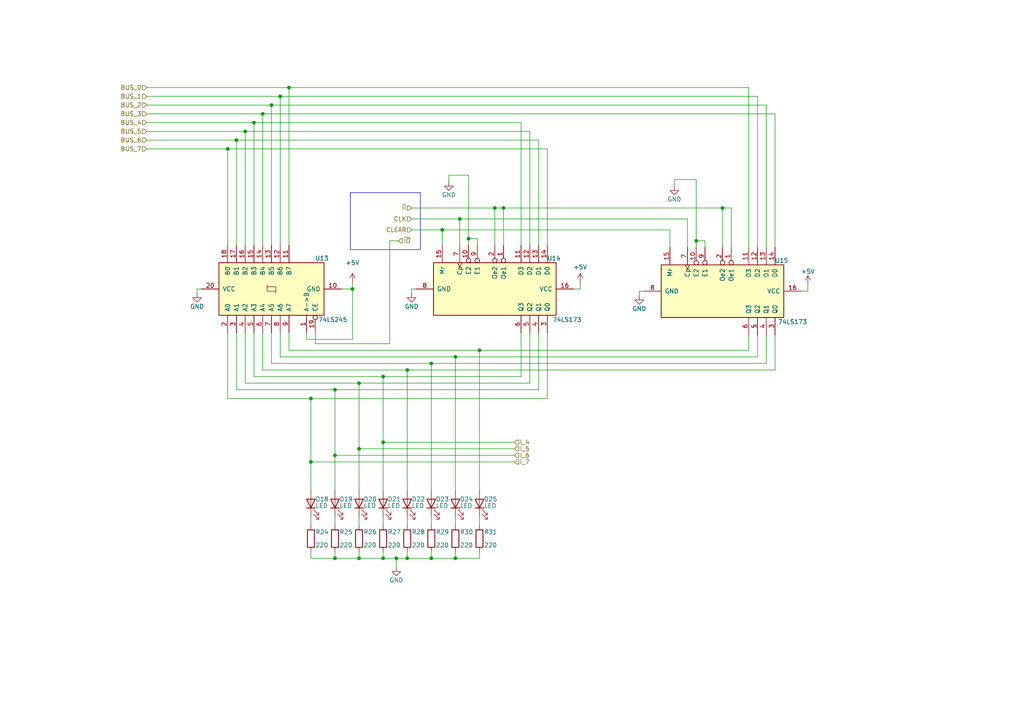
<source format=kicad_sch>
(kicad_sch (version 20230121) (generator eeschema)
  (paper "A4")
  (lib_symbols
    (symbol "74xx:74LS173" (pin_names (offset 1.016))
      (property "Reference" "U" (at -7.62 19.05 0))
      (property "Value" "74LS173" (at -7.62 -19.05 0))
      (symbol "74LS173_1_0"
        (pin input inverted (at -12.7 2.54 0) (length 5.08) (name "Oe1") (number "1"))
        (pin input inverted (at -12.7 -7.62 0) (length 5.08) (name "E2") (number "10"))
        (pin input line (at -12.7 7.62 0) (length 5.08) (name "D3") (number "11"))
        (pin input line (at -12.7 10.16 0) (length 5.08) (name "D2") (number "12"))
        (pin input line (at -12.7 12.7 0) (length 5.08) (name "D1") (number "13"))
        (pin input line (at -12.7 15.24 0) (length 5.08) (name "D0") (number "14"))
        (pin input line (at -12.7 -15.24 0) (length 5.08) (name "Mr") (number "15"))
        (pin power_in line (at 0 22.86 270) (length 5.08) (name "VCC") (number "16"))
        (pin input inverted (at -12.7 0 0) (length 5.08) (name "Oe2") (number "2"))
        (pin tri_state line (at 12.7 15.24 180) (length 5.08) (name "Q0") (number "3"))
        (pin tri_state line (at 12.7 12.7 180) (length 5.08) (name "Q1") (number "4"))
        (pin tri_state line (at 12.7 10.16 180) (length 5.08) (name "Q2") (number "5"))
        (pin tri_state line (at 12.7 7.62 180) (length 5.08) (name "Q3") (number "6"))
        (pin input clock (at -12.7 -10.16 0) (length 5.08) (name "Cp") (number "7"))
        (pin power_in line (at 0 -22.86 90) (length 5.08) (name "GND") (number "8"))
        (pin input inverted (at -12.7 -5.08 0) (length 5.08) (name "E1") (number "9"))
      )
      (symbol "74LS173_1_1"
        (rectangle (start -7.62 17.78) (end 7.62 -17.78) (stroke (width 0.254)) (fill (type background)))
      )
    )
    (symbol "74xx:74LS245" (pin_names (offset 1.016))
      (property "Reference" "U" (at -7.62 16.51 0))
      (property "Value" "74LS245" (at -7.62 -16.51 0))
      (symbol "74LS245_1_0"
        (polyline (pts (xy -0.635 -1.27) (xy -0.635 1.27) (xy 0.635 1.27)))
        (polyline (pts (xy -1.27 -1.27) (xy 0.635 -1.27) (xy 0.635 1.27) (xy 1.27 1.27)))
        (pin input line (at -12.7 -10.16 0) (length 5.08) (name "A->B") (number "1"))
        (pin power_in line (at 0 -20.32 90) (length 5.08) (name "GND") (number "10"))
        (pin tri_state line (at 12.7 -5.08 180) (length 5.08) (name "B7") (number "11"))
        (pin tri_state line (at 12.7 -2.54 180) (length 5.08) (name "B6") (number "12"))
        (pin tri_state line (at 12.7 0 180) (length 5.08) (name "B5") (number "13"))
        (pin tri_state line (at 12.7 2.54 180) (length 5.08) (name "B4") (number "14"))
        (pin tri_state line (at 12.7 5.08 180) (length 5.08) (name "B3") (number "15"))
        (pin tri_state line (at 12.7 7.62 180) (length 5.08) (name "B2") (number "16"))
        (pin tri_state line (at 12.7 10.16 180) (length 5.08) (name "B1") (number "17"))
        (pin tri_state line (at 12.7 12.7 180) (length 5.08) (name "B0") (number "18"))
        (pin input inverted (at -12.7 -12.7 0) (length 5.08) (name "CE") (number "19"))
        (pin tri_state line (at -12.7 12.7 0) (length 5.08) (name "A0") (number "2"))
        (pin power_in line (at 0 20.32 270) (length 5.08) (name "VCC") (number "20"))
        (pin tri_state line (at -12.7 10.16 0) (length 5.08) (name "A1") (number "3"))
        (pin tri_state line (at -12.7 7.62 0) (length 5.08) (name "A2") (number "4"))
        (pin tri_state line (at -12.7 5.08 0) (length 5.08) (name "A3") (number "5"))
        (pin tri_state line (at -12.7 2.54 0) (length 5.08) (name "A4") (number "6"))
        (pin tri_state line (at -12.7 0 0) (length 5.08) (name "A5") (number "7"))
        (pin tri_state line (at -12.7 -2.54 0) (length 5.08) (name "A6") (number "8"))
        (pin tri_state line (at -12.7 -5.08 0) (length 5.08) (name "A7") (number "9"))
      )
      (symbol "74LS245_1_1"
        (rectangle (start -7.62 15.24) (end 7.62 -15.24) (stroke (width 0.254)) (fill (type background)))
      )
    )
    (symbol "Device:LED" (pin_numbers hide) (pin_names (offset 1.016) hide)
      (property "Reference" "D" (at 0 2.54 0))
      (property "Value" "LED" (at 0 -2.54 0))
      (symbol "LED_0_1"
        (polyline (pts (xy -1.27 -1.27) (xy -1.27 1.27)) (stroke (width 0.254)))
        (polyline (pts (xy -1.27 0) (xy 1.27 0)))
        (polyline (pts (xy 1.27 -1.27) (xy 1.27 1.27) (xy -1.27 0) (xy 1.27 -1.27)) (stroke (width 0.254)))
        (polyline (pts (xy -3.048 -0.762) (xy -4.572 -2.286) (xy -3.81 -2.286) (xy -4.572 -2.286) (xy -4.572 -1.524)))
        (polyline (pts (xy -1.778 -0.762) (xy -3.302 -2.286) (xy -2.54 -2.286) (xy -3.302 -2.286) (xy -3.302 -1.524)))
      )
      (symbol "LED_1_1"
        (pin passive line (at -3.81 0 0) (length 2.54) (name "K") (number "1"))
        (pin passive line (at 3.81 0 180) (length 2.54) (name "A") (number "2"))
      )
    )
    (symbol "Device:R" (pin_numbers hide) (pin_names (offset 0))
      (property "Reference" "R" (at 2.032 0 90))
      (property "Value" "R" (at 0 0 90))
      (symbol "R_0_1"
        (rectangle (start -1.016 -2.54) (end 1.016 2.54) (stroke (width 0.254)))
      )
      (symbol "R_1_1"
        (pin passive line (at 0 3.81 270) (length 1.27) (name "~") (number "1"))
        (pin passive line (at 0 -3.81 90) (length 1.27) (name "~") (number "2"))
      )
    )
    (symbol "power:+5V" (power) (pin_names (offset 0))
      (property "Value" "+5V" (at 0 3.556 0))
      (symbol "+5V_0_1"
        (polyline (pts (xy -0.762 1.27) (xy 0 2.54)))
        (polyline (pts (xy 0 0) (xy 0 2.54)))
        (polyline (pts (xy 0 2.54) (xy 0.762 1.27)))
      )
      (symbol "+5V_1_1"
        (pin power_in line (at 0 0 90) (length 0) hide (name "+5V") (number "1"))
      )
    )
    (symbol "power:GND" (power) (pin_names (offset 0))
      (property "Value" "GND" (at 0 -3.81 0))
      (symbol "GND_0_1"
        (polyline (pts (xy 0 0) (xy 0 -1.27) (xy 1.27 -1.27) (xy 0 -2.54) (xy -1.27 -1.27) (xy 0 -1.27)))
      )
      (symbol "GND_1_1"
        (pin power_in line (at 0 0 270) (length 0) hide (name "GND") (number "1"))
      )
    )
  )
  (junction (at 118.11 107.315))
  (junction (at 97.155 161.925))
  (junction (at 104.14 130.175))
  (junction (at 118.11 161.925))
  (junction (at 201.93 69.85))
  (junction (at 90.17 115.57))
  (junction (at 135.89 69.215))
  (junction (at 128.27 66.675))
  (junction (at 143.51 60.325))
  (junction (at 90.17 133.985))
  (junction (at 83.82 25.4))
  (junction (at 111.125 109.22))
  (junction (at 139.065 101.6))
  (junction (at 132.08 103.505))
  (junction (at 73.66 35.56))
  (junction (at 68.58 40.64))
  (junction (at 97.155 132.08))
  (junction (at 111.125 161.925))
  (junction (at 133.35 63.5))
  (junction (at 78.74 30.48))
  (junction (at 66.04 43.18))
  (junction (at 71.12 38.1))
  (junction (at 102.235 83.82))
  (junction (at 209.55 60.325))
  (junction (at 111.125 128.27))
  (junction (at 76.2 33.02))
  (junction (at 146.05 60.325))
  (junction (at 97.155 113.03))
  (junction (at 125.095 161.925))
  (junction (at 104.14 161.925))
  (junction (at 104.14 111.125))
  (junction (at 114.935 161.925))
  (junction (at 132.08 161.925))
  (junction (at 125.095 105.41))
  (junction (at 81.28 27.94))
  (wire (pts (xy 130.175 50.8) (xy 130.175 52.705)))
  (wire (pts (xy 90.17 133.985) (xy 149.225 133.985)))
  (wire (pts (xy 224.79 107.315) (xy 224.79 97.155)))
  (wire (pts (xy 204.47 69.85) (xy 201.93 69.85)))
  (wire (pts (xy 153.67 111.125) (xy 104.14 111.125)))
  (wire (pts (xy 151.13 35.56) (xy 73.66 35.56)))
  (wire (pts (xy 42.545 30.48) (xy 78.74 30.48)))
  (wire (pts (xy 42.545 43.18) (xy 66.04 43.18)))
  (wire (pts (xy 125.095 149.86) (xy 125.095 152.4)))
  (wire (pts (xy 88.9 98.425) (xy 102.235 98.425)))
  (wire (pts (xy 125.095 160.02) (xy 125.095 161.925)))
  (wire (pts (xy 217.17 25.4) (xy 83.82 25.4)))
  (wire (pts (xy 68.58 113.03) (xy 97.155 113.03)))
  (wire (pts (xy 153.67 96.52) (xy 153.67 111.125)))
  (wire (pts (xy 111.125 149.86) (xy 111.125 152.4)))
  (wire (pts (xy 81.28 96.52) (xy 81.28 103.505)))
  (wire (pts (xy 42.545 25.4) (xy 83.82 25.4)))
  (wire (pts (xy 58.42 83.82) (xy 57.15 83.82)))
  (wire (pts (xy 114.935 161.925) (xy 114.935 164.465)))
  (wire (pts (xy 199.39 63.5) (xy 133.35 63.5)))
  (wire (pts (xy 151.13 96.52) (xy 151.13 109.22)))
  (wire (pts (xy 104.14 161.925) (xy 97.155 161.925)))
  (wire (pts (xy 139.065 101.6) (xy 83.82 101.6)))
  (wire (pts (xy 113.03 99.695) (xy 113.03 69.85)))
  (wire (pts (xy 76.2 33.02) (xy 76.2 71.12)))
  (wire (pts (xy 97.155 132.08) (xy 97.155 142.24)))
  (wire (pts (xy 42.545 27.94) (xy 81.28 27.94)))
  (wire (pts (xy 204.47 71.755) (xy 204.47 69.85)))
  (wire (pts (xy 83.82 101.6) (xy 83.82 96.52)))
  (wire (pts (xy 71.12 38.1) (xy 71.12 71.12)))
  (wire (pts (xy 135.89 69.215) (xy 135.89 50.8)))
  (wire (pts (xy 119.38 66.675) (xy 128.27 66.675)))
  (wire (pts (xy 125.095 105.41) (xy 125.095 142.24)))
  (wire (pts (xy 42.545 38.1) (xy 71.12 38.1)))
  (wire (pts (xy 232.41 84.455) (xy 234.315 84.455)))
  (wire (pts (xy 119.38 63.5) (xy 133.35 63.5)))
  (wire (pts (xy 217.17 97.155) (xy 217.17 101.6)))
  (wire (pts (xy 66.04 43.18) (xy 66.04 71.12)))
  (wire (pts (xy 146.05 60.325) (xy 143.51 60.325)))
  (wire (pts (xy 118.11 107.315) (xy 224.79 107.315)))
  (wire (pts (xy 217.17 101.6) (xy 139.065 101.6)))
  (wire (pts (xy 111.125 128.27) (xy 111.125 142.24)))
  (wire (pts (xy 156.21 40.64) (xy 68.58 40.64)))
  (wire (pts (xy 118.11 161.925) (xy 114.935 161.925)))
  (wire (pts (xy 111.125 109.22) (xy 111.125 128.27)))
  (wire (pts (xy 91.44 99.695) (xy 113.03 99.695)))
  (wire (pts (xy 111.125 160.02) (xy 111.125 161.925)))
  (wire (pts (xy 71.12 111.125) (xy 71.12 96.52)))
  (wire (pts (xy 222.25 97.155) (xy 222.25 105.41)))
  (wire (pts (xy 104.14 111.125) (xy 71.12 111.125)))
  (wire (pts (xy 185.42 84.455) (xy 186.69 84.455)))
  (wire (pts (xy 139.065 101.6) (xy 139.065 142.24)))
  (wire (pts (xy 222.25 30.48) (xy 78.74 30.48)))
  (wire (pts (xy 42.545 40.64) (xy 68.58 40.64)))
  (wire (pts (xy 158.75 71.12) (xy 158.75 43.18)))
  (wire (pts (xy 118.11 160.02) (xy 118.11 161.925)))
  (wire (pts (xy 81.28 27.94) (xy 81.28 71.12)))
  (wire (pts (xy 90.17 149.86) (xy 90.17 152.4)))
  (wire (pts (xy 125.095 105.41) (xy 78.74 105.41)))
  (wire (pts (xy 156.21 71.12) (xy 156.21 40.64)))
  (wire (pts (xy 113.03 69.85) (xy 115.57 69.85)))
  (wire (pts (xy 153.67 38.1) (xy 71.12 38.1)))
  (wire (pts (xy 57.15 83.82) (xy 57.15 85.09)))
  (wire (pts (xy 156.21 113.03) (xy 156.21 96.52)))
  (wire (pts (xy 104.14 149.86) (xy 104.14 152.4)))
  (wire (pts (xy 66.04 115.57) (xy 66.04 96.52)))
  (wire (pts (xy 97.155 113.03) (xy 97.155 132.08)))
  (wire (pts (xy 201.93 69.85) (xy 201.93 52.07)))
  (wire (pts (xy 219.71 97.155) (xy 219.71 103.505)))
  (wire (pts (xy 139.065 161.925) (xy 132.08 161.925)))
  (wire (pts (xy 234.315 82.55) (xy 234.315 84.455)))
  (polyline (pts (xy 121.92 72.39) (xy 121.92 55.88)))
  (wire (pts (xy 128.27 66.675) (xy 128.27 71.12)))
  (wire (pts (xy 76.2 96.52) (xy 76.2 107.315)))
  (wire (pts (xy 119.38 85.09) (xy 119.38 83.82)))
  (wire (pts (xy 97.155 132.08) (xy 149.225 132.08)))
  (wire (pts (xy 212.09 71.755) (xy 212.09 60.325)))
  (wire (pts (xy 111.125 128.27) (xy 149.225 128.27)))
  (wire (pts (xy 209.55 71.755) (xy 209.55 60.325)))
  (wire (pts (xy 102.235 83.82) (xy 99.06 83.82)))
  (wire (pts (xy 42.545 35.56) (xy 73.66 35.56)))
  (wire (pts (xy 78.74 30.48) (xy 78.74 71.12)))
  (wire (pts (xy 97.155 149.86) (xy 97.155 152.4)))
  (wire (pts (xy 135.89 71.12) (xy 135.89 69.215)))
  (wire (pts (xy 76.2 107.315) (xy 118.11 107.315)))
  (wire (pts (xy 224.79 33.02) (xy 76.2 33.02)))
  (wire (pts (xy 42.545 33.02) (xy 76.2 33.02)))
  (wire (pts (xy 222.25 105.41) (xy 125.095 105.41)))
  (wire (pts (xy 91.44 96.52) (xy 91.44 99.695)))
  (polyline (pts (xy 121.92 55.88) (xy 101.6 55.88)))
  (wire (pts (xy 219.71 27.94) (xy 81.28 27.94)))
  (wire (pts (xy 104.14 130.175) (xy 149.225 130.175)))
  (polyline (pts (xy 101.6 56.515) (xy 101.6 72.39)))
  (wire (pts (xy 139.065 149.86) (xy 139.065 152.4)))
  (wire (pts (xy 199.39 71.755) (xy 199.39 63.5)))
  (wire (pts (xy 135.89 50.8) (xy 130.175 50.8)))
  (wire (pts (xy 132.08 160.02) (xy 132.08 161.925)))
  (wire (pts (xy 104.14 130.175) (xy 104.14 142.24)))
  (wire (pts (xy 219.71 71.755) (xy 219.71 27.94)))
  (wire (pts (xy 201.93 52.07) (xy 195.58 52.07)))
  (wire (pts (xy 222.25 71.755) (xy 222.25 30.48)))
  (wire (pts (xy 138.43 71.12) (xy 138.43 69.215)))
  (wire (pts (xy 104.14 160.02) (xy 104.14 161.925)))
  (wire (pts (xy 194.31 66.675) (xy 128.27 66.675)))
  (wire (pts (xy 125.095 161.925) (xy 132.08 161.925)))
  (wire (pts (xy 132.08 149.86) (xy 132.08 152.4)))
  (wire (pts (xy 78.74 96.52) (xy 78.74 105.41)))
  (wire (pts (xy 153.67 71.12) (xy 153.67 38.1)))
  (wire (pts (xy 125.095 161.925) (xy 118.11 161.925)))
  (wire (pts (xy 132.08 103.505) (xy 219.71 103.505)))
  (wire (pts (xy 212.09 60.325) (xy 209.55 60.325)))
  (wire (pts (xy 102.235 98.425) (xy 102.235 83.82)))
  (wire (pts (xy 81.28 103.505) (xy 132.08 103.505)))
  (wire (pts (xy 68.58 40.64) (xy 68.58 71.12)))
  (wire (pts (xy 139.065 160.02) (xy 139.065 161.925)))
  (wire (pts (xy 158.75 115.57) (xy 90.17 115.57)))
  (wire (pts (xy 68.58 96.52) (xy 68.58 113.03)))
  (wire (pts (xy 119.38 83.82) (xy 120.65 83.82)))
  (wire (pts (xy 158.75 43.18) (xy 66.04 43.18)))
  (wire (pts (xy 224.79 71.755) (xy 224.79 33.02)))
  (wire (pts (xy 83.82 25.4) (xy 83.82 71.12)))
  (wire (pts (xy 73.66 109.22) (xy 111.125 109.22)))
  (wire (pts (xy 185.42 85.725) (xy 185.42 84.455)))
  (wire (pts (xy 90.17 133.985) (xy 90.17 142.24)))
  (wire (pts (xy 194.31 71.755) (xy 194.31 66.675)))
  (wire (pts (xy 114.935 161.925) (xy 111.125 161.925)))
  (wire (pts (xy 201.93 71.755) (xy 201.93 69.85)))
  (wire (pts (xy 133.35 63.5) (xy 133.35 71.12)))
  (wire (pts (xy 90.17 161.925) (xy 97.155 161.925)))
  (wire (pts (xy 111.125 109.22) (xy 151.13 109.22)))
  (wire (pts (xy 119.38 60.325) (xy 143.51 60.325)))
  (wire (pts (xy 90.17 115.57) (xy 90.17 133.985)))
  (wire (pts (xy 146.05 71.12) (xy 146.05 60.325)))
  (wire (pts (xy 118.11 107.315) (xy 118.11 142.24)))
  (wire (pts (xy 73.66 96.52) (xy 73.66 109.22)))
  (wire (pts (xy 118.11 149.86) (xy 118.11 152.4)))
  (wire (pts (xy 195.58 52.07) (xy 195.58 53.975)))
  (wire (pts (xy 102.235 81.915) (xy 102.235 83.82)))
  (wire (pts (xy 90.17 115.57) (xy 66.04 115.57)))
  (polyline (pts (xy 101.6 55.88) (xy 101.6 57.15)))
  (wire (pts (xy 138.43 69.215) (xy 135.89 69.215)))
  (wire (pts (xy 168.275 81.915) (xy 168.275 83.82)))
  (wire (pts (xy 88.9 96.52) (xy 88.9 98.425)))
  (wire (pts (xy 90.17 160.02) (xy 90.17 161.925)))
  (wire (pts (xy 97.155 161.925) (xy 97.155 160.02)))
  (wire (pts (xy 158.75 96.52) (xy 158.75 115.57)))
  (wire (pts (xy 73.66 35.56) (xy 73.66 71.12)))
  (wire (pts (xy 217.17 71.755) (xy 217.17 25.4)))
  (wire (pts (xy 132.08 103.505) (xy 132.08 142.24)))
  (wire (pts (xy 209.55 60.325) (xy 146.05 60.325)))
  (wire (pts (xy 111.125 161.925) (xy 104.14 161.925)))
  (polyline (pts (xy 101.6 72.39) (xy 121.92 72.39)))
  (wire (pts (xy 97.155 113.03) (xy 156.21 113.03)))
  (wire (pts (xy 104.14 111.125) (xy 104.14 130.175)))
  (wire (pts (xy 151.13 71.12) (xy 151.13 35.56)))
  (wire (pts (xy 166.37 83.82) (xy 168.275 83.82)))
  (wire (pts (xy 143.51 60.325) (xy 143.51 71.12)))
  (hierarchical_label "CLK" (shape input) (at 119.38 63.5 180))
  (hierarchical_label "I_7" (shape input) (at 149.225 133.985 0))
  (hierarchical_label "I_6" (shape input) (at 149.225 132.08 0))
  (hierarchical_label "BUS_6" (shape input) (at 42.545 40.64 180))
  (hierarchical_label "I_4" (shape input) (at 149.225 128.27 0))
  (hierarchical_label "BUS_1" (shape input) (at 42.545 27.94 180))
  (hierarchical_label "BUS_4" (shape input) (at 42.545 35.56 180))
  (hierarchical_label "I_5" (shape input) (at 149.225 130.175 0))
  (hierarchical_label "BUS_7" (shape input) (at 42.545 43.18 180))
  (hierarchical_label "BUS_0" (shape input) (at 42.545 25.4 180))
  (hierarchical_label "~{IO}" (shape input) (at 115.57 69.85 0))
  (hierarchical_label "CLEAR" (shape input) (at 119.38 66.675 180))
  (hierarchical_label "BUS_5" (shape input) (at 42.545 38.1 180))
  (hierarchical_label "~{II}" (shape input) (at 119.38 60.325 180))
  (hierarchical_label "BUS_2" (shape input) (at 42.545 30.48 180))
  (hierarchical_label "BUS_3" (shape input) (at 42.545 33.02 180))
  (symbol (lib_id "Device:LED") (at 90.17 146.05 90) (unit 1)
    (property "Reference" "D18" (at 91.44 144.78 90) (effects (justify right)))
    (property "Value" "LED" (at 91.44 146.685 90) (effects (justify right)))
  )
  (symbol (lib_id "power:GND") (at 195.58 53.975 0) (unit 1)
    (property "Reference" "#PWR0135" (effects hide))
    (property "Value" "GND" (at 195.58 57.785 0))
  )
  (symbol (lib_id "Device:R") (at 118.11 156.21 0) (unit 1)
    (property "Reference" "R28" (at 119.38 154.305 0) (effects (justify left)))
    (property "Value" "220" (at 119.38 158.115 0) (effects (justify left)))
  )
  (symbol (lib_id "power:GND") (at 57.15 85.09 0) (unit 1)
    (property "Reference" "#PWR0130" (effects hide))
    (property "Value" "GND" (at 57.15 88.9 0))
  )
  (symbol (lib_id "Device:R") (at 90.17 156.21 0) (unit 1)
    (property "Reference" "R24" (at 91.44 154.305 0) (effects (justify left)))
    (property "Value" "220" (at 91.44 158.115 0) (effects (justify left)))
  )
  (symbol (lib_id "Device:LED") (at 97.155 146.05 90) (unit 1)
    (property "Reference" "D19" (at 98.425 144.78 90) (effects (justify right)))
    (property "Value" "LED" (at 98.425 146.685 90) (effects (justify right)))
  )
  (symbol (lib_id "power:GND") (at 119.38 85.09 0) (unit 1)
    (property "Reference" "#PWR0129" (effects hide))
    (property "Value" "GND" (at 119.38 88.9 0))
  )
  (symbol (lib_id "Device:LED") (at 132.08 146.05 90) (unit 1)
    (property "Reference" "D24" (at 133.35 144.78 90) (effects (justify right)))
    (property "Value" "LED" (at 133.35 146.685 90) (effects (justify right)))
  )
  (symbol (lib_id "Device:R") (at 125.095 156.21 0) (unit 1)
    (property "Reference" "R29" (at 126.365 154.305 0) (effects (justify left)))
    (property "Value" "220" (at 126.365 158.115 0) (effects (justify left)))
  )
  (symbol (lib_id "power:GND") (at 185.42 85.725 0) (unit 1)
    (property "Reference" "#PWR0133" (effects hide))
    (property "Value" "GND" (at 185.42 89.535 0))
  )
  (symbol (lib_id "power:+5V") (at 102.235 81.915 0) (unit 1)
    (property "Reference" "#PWR0131" (effects hide))
    (property "Value" "+5V" (at 102.235 76.2 0))
  )
  (symbol (lib_id "Device:LED") (at 118.11 146.05 90) (unit 1)
    (property "Reference" "D22" (at 119.38 144.78 90) (effects (justify right)))
    (property "Value" "LED" (at 119.38 146.685 90) (effects (justify right)))
  )
  (symbol (lib_id "power:GND") (at 130.175 52.705 0) (unit 1)
    (property "Reference" "#PWR0128" (effects hide))
    (property "Value" "GND" (at 130.175 56.515 0))
  )
  (symbol (lib_id "Device:LED") (at 139.065 146.05 90) (unit 1)
    (property "Reference" "D25" (at 140.335 144.78 90) (effects (justify right)))
    (property "Value" "LED" (at 140.335 146.685 90) (effects (justify right)))
  )
  (symbol (lib_id "power:+5V") (at 168.275 81.915 0) (unit 1)
    (property "Reference" "#PWR0132" (effects hide))
    (property "Value" "+5V" (at 168.275 77.47 0))
  )
  (symbol (lib_id "Device:LED") (at 104.14 146.05 90) (unit 1)
    (property "Reference" "D20" (at 105.41 144.78 90) (effects (justify right)))
    (property "Value" "LED" (at 105.41 146.685 90) (effects (justify right)))
  )
  (symbol (lib_id "Device:LED") (at 125.095 146.05 90) (unit 1)
    (property "Reference" "D23" (at 126.365 144.78 90) (effects (justify right)))
    (property "Value" "LED" (at 126.365 146.685 90) (effects (justify right)))
  )
  (symbol (lib_id "74xx:74LS245") (at 78.74 83.82 90) (unit 1)
    (property "Reference" "U13" (at 93.345 74.93 90))
    (property "Value" "74LS245" (at 96.52 92.71 90))
    (property "Datasheet" "http://www.ti.com/lit/gpn/sn74LS245" (effects hide))
  )
  (symbol (lib_id "Device:R") (at 132.08 156.21 0) (unit 1)
    (property "Reference" "R30" (at 133.35 154.305 0) (effects (justify left)))
    (property "Value" "220" (at 133.35 158.115 0) (effects (justify left)))
  )
  (symbol (lib_id "power:GND") (at 114.935 164.465 0) (unit 1)
    (property "Reference" "#PWR0136" (effects hide))
    (property "Value" "GND" (at 114.935 168.275 0))
  )
  (symbol (lib_id "power:+5V") (at 234.315 82.55 0) (unit 1)
    (property "Reference" "#PWR0134" (effects hide))
    (property "Value" "+5V" (at 234.315 78.74 0))
  )
  (symbol (lib_id "74xx:74LS173") (at 143.51 83.82 270) (unit 1)
    (property "Reference" "U14" (at 160.655 74.93 90))
    (property "Value" "74LS173" (at 164.465 92.71 90))
    (property "Datasheet" "http://www.ti.com/lit/gpn/sn74LS173" (effects hide))
  )
  (symbol (lib_id "74xx:74LS173") (at 209.55 84.455 270) (unit 1)
    (property "Reference" "U15" (at 226.695 75.565 90))
    (property "Value" "74LS173" (at 229.87 93.345 90))
    (property "Datasheet" "http://www.ti.com/lit/gpn/sn74LS173" (effects hide))
  )
  (symbol (lib_id "Device:R") (at 104.14 156.21 0) (unit 1)
    (property "Reference" "R26" (at 105.41 154.305 0) (effects (justify left)))
    (property "Value" "220" (at 105.41 158.115 0) (effects (justify left)))
  )
  (symbol (lib_id "Device:LED") (at 111.125 146.05 90) (unit 1)
    (property "Reference" "D21" (at 112.395 144.78 90) (effects (justify right)))
    (property "Value" "LED" (at 112.395 146.685 90) (effects (justify right)))
  )
  (symbol (lib_id "Device:R") (at 139.065 156.21 0) (unit 1)
    (property "Reference" "R31" (at 140.335 154.305 0) (effects (justify left)))
    (property "Value" "220" (at 140.335 158.115 0) (effects (justify left)))
  )
  (symbol (lib_id "Device:R") (at 97.155 156.21 0) (unit 1)
    (property "Reference" "R25" (at 98.425 154.305 0) (effects (justify left)))
    (property "Value" "220" (at 98.425 158.115 0) (effects (justify left)))
  )
  (symbol (lib_id "Device:R") (at 111.125 156.21 0) (unit 1)
    (property "Reference" "R27" (at 112.395 154.305 0) (effects (justify left)))
    (property "Value" "220" (at 112.395 158.115 0) (effects (justify left)))
  )
)
</source>
